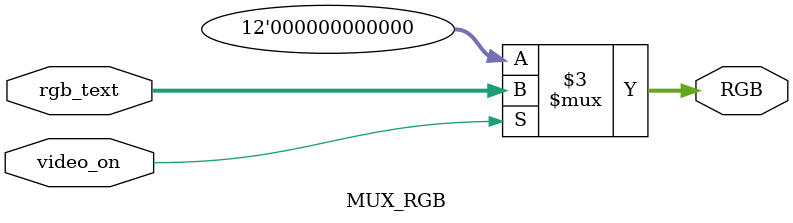
<source format=v>
`timescale 1ns / 1ps


module MUX_RGB(
    input video_on,
	input [11:0] rgb_text,
	output reg [11:0] RGB
	);
	
	always @*
	begin
	if (video_on)
		RGB=rgb_text;
	else
		RGB=12'h000;
	end
endmodule

</source>
